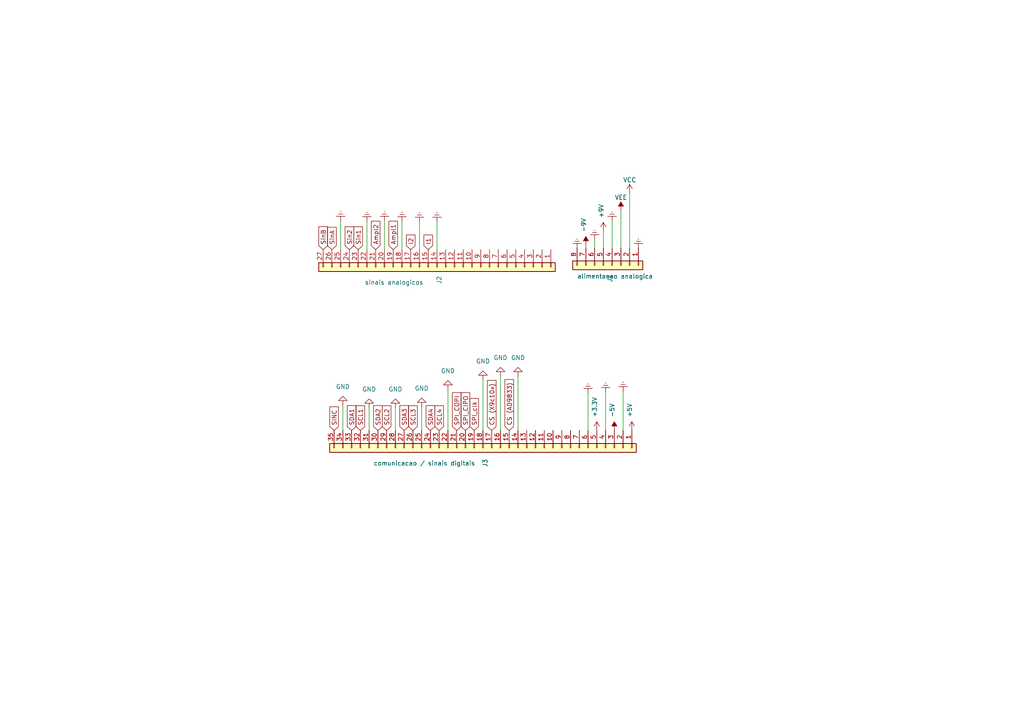
<source format=kicad_sch>
(kicad_sch (version 20230121) (generator eeschema)
  (paper "A4")
  (title_block (title "Fonte de tensao LM675") (date "2023-08-14") (rev "v04.1") (company "EITduino") (comment 1 "Autor: Gustavo Pinheiro") (comment 2 "projeto com uso de capacitores eletroliticos ") (comment 3 "Novo barramento - alteração dos pinos de terra"))
  (lib_symbols
    (symbol "Connector_Generic:Conn_01x08" (pin_names (offset 1.016) hide)
      (property "Reference" "J" (at 0 10.16 0))
      (property "Value" "Conn_01x08" (at 0 -12.7 0))
      (symbol "Conn_01x08_1_1"
        (rectangle (start -1.27 -10.033) (end 0 -10.287) (stroke (width 0.1524)))
        (rectangle (start -1.27 -7.493) (end 0 -7.747) (stroke (width 0.1524)))
        (rectangle (start -1.27 -4.953) (end 0 -5.207) (stroke (width 0.1524)))
        (rectangle (start -1.27 -2.413) (end 0 -2.667) (stroke (width 0.1524)))
        (rectangle (start -1.27 0.127) (end 0 -0.127) (stroke (width 0.1524)))
        (rectangle (start -1.27 2.667) (end 0 2.413) (stroke (width 0.1524)))
        (rectangle (start -1.27 5.207) (end 0 4.953) (stroke (width 0.1524)))
        (rectangle (start -1.27 7.747) (end 0 7.493) (stroke (width 0.1524)))
        (rectangle (start -1.27 8.89) (end 1.27 -11.43) (stroke (width 0.254)) (fill (type background)))
        (pin passive line (at -5.08 7.62 0) (length 3.81) (name "Pin_1") (number "1"))
        (pin passive line (at -5.08 5.08 0) (length 3.81) (name "Pin_2") (number "2"))
        (pin passive line (at -5.08 2.54 0) (length 3.81) (name "Pin_3") (number "3"))
        (pin passive line (at -5.08 0 0) (length 3.81) (name "Pin_4") (number "4"))
        (pin passive line (at -5.08 -2.54 0) (length 3.81) (name "Pin_5") (number "5"))
        (pin passive line (at -5.08 -5.08 0) (length 3.81) (name "Pin_6") (number "6"))
        (pin passive line (at -5.08 -7.62 0) (length 3.81) (name "Pin_7") (number "7"))
        (pin passive line (at -5.08 -10.16 0) (length 3.81) (name "Pin_8") (number "8"))
      )
    )
    (symbol "Connector_Generic:Conn_01x27" (pin_names (offset 1.016) hide)
      (property "Reference" "J" (at 0 35.56 0))
      (property "Value" "Conn_01x27" (at 0 -35.56 0))
      (symbol "Conn_01x27_1_1"
        (rectangle (start -1.27 -32.893) (end 0 -33.147) (stroke (width 0.1524)))
        (rectangle (start -1.27 -30.353) (end 0 -30.607) (stroke (width 0.1524)))
        (rectangle (start -1.27 -27.813) (end 0 -28.067) (stroke (width 0.1524)))
        (rectangle (start -1.27 -25.273) (end 0 -25.527) (stroke (width 0.1524)))
        (rectangle (start -1.27 -22.733) (end 0 -22.987) (stroke (width 0.1524)))
        (rectangle (start -1.27 -20.193) (end 0 -20.447) (stroke (width 0.1524)))
        (rectangle (start -1.27 -17.653) (end 0 -17.907) (stroke (width 0.1524)))
        (rectangle (start -1.27 -15.113) (end 0 -15.367) (stroke (width 0.1524)))
        (rectangle (start -1.27 -12.573) (end 0 -12.827) (stroke (width 0.1524)))
        (rectangle (start -1.27 -10.033) (end 0 -10.287) (stroke (width 0.1524)))
        (rectangle (start -1.27 -7.493) (end 0 -7.747) (stroke (width 0.1524)))
        (rectangle (start -1.27 -4.953) (end 0 -5.207) (stroke (width 0.1524)))
        (rectangle (start -1.27 -2.413) (end 0 -2.667) (stroke (width 0.1524)))
        (rectangle (start -1.27 0.127) (end 0 -0.127) (stroke (width 0.1524)))
        (rectangle (start -1.27 2.667) (end 0 2.413) (stroke (width 0.1524)))
        (rectangle (start -1.27 5.207) (end 0 4.953) (stroke (width 0.1524)))
        (rectangle (start -1.27 7.747) (end 0 7.493) (stroke (width 0.1524)))
        (rectangle (start -1.27 10.287) (end 0 10.033) (stroke (width 0.1524)))
        (rectangle (start -1.27 12.827) (end 0 12.573) (stroke (width 0.1524)))
        (rectangle (start -1.27 15.367) (end 0 15.113) (stroke (width 0.1524)))
        (rectangle (start -1.27 17.907) (end 0 17.653) (stroke (width 0.1524)))
        (rectangle (start -1.27 20.447) (end 0 20.193) (stroke (width 0.1524)))
        (rectangle (start -1.27 22.987) (end 0 22.733) (stroke (width 0.1524)))
        (rectangle (start -1.27 25.527) (end 0 25.273) (stroke (width 0.1524)))
        (rectangle (start -1.27 28.067) (end 0 27.813) (stroke (width 0.1524)))
        (rectangle (start -1.27 30.607) (end 0 30.353) (stroke (width 0.1524)))
        (rectangle (start -1.27 33.147) (end 0 32.893) (stroke (width 0.1524)))
        (rectangle (start -1.27 34.29) (end 1.27 -34.29) (stroke (width 0.254)) (fill (type background)))
        (pin passive line (at -5.08 33.02 0) (length 3.81) (name "Pin_1") (number "1"))
        (pin passive line (at -5.08 10.16 0) (length 3.81) (name "Pin_10") (number "10"))
        (pin passive line (at -5.08 7.62 0) (length 3.81) (name "Pin_11") (number "11"))
        (pin passive line (at -5.08 5.08 0) (length 3.81) (name "Pin_12") (number "12"))
        (pin passive line (at -5.08 2.54 0) (length 3.81) (name "Pin_13") (number "13"))
        (pin passive line (at -5.08 0 0) (length 3.81) (name "Pin_14") (number "14"))
        (pin passive line (at -5.08 -2.54 0) (length 3.81) (name "Pin_15") (number "15"))
        (pin passive line (at -5.08 -5.08 0) (length 3.81) (name "Pin_16") (number "16"))
        (pin passive line (at -5.08 -7.62 0) (length 3.81) (name "Pin_17") (number "17"))
        (pin passive line (at -5.08 -10.16 0) (length 3.81) (name "Pin_18") (number "18"))
        (pin passive line (at -5.08 -12.7 0) (length 3.81) (name "Pin_19") (number "19"))
        (pin passive line (at -5.08 30.48 0) (length 3.81) (name "Pin_2") (number "2"))
        (pin passive line (at -5.08 -15.24 0) (length 3.81) (name "Pin_20") (number "20"))
        (pin passive line (at -5.08 -17.78 0) (length 3.81) (name "Pin_21") (number "21"))
        (pin passive line (at -5.08 -20.32 0) (length 3.81) (name "Pin_22") (number "22"))
        (pin passive line (at -5.08 -22.86 0) (length 3.81) (name "Pin_23") (number "23"))
        (pin passive line (at -5.08 -25.4 0) (length 3.81) (name "Pin_24") (number "24"))
        (pin passive line (at -5.08 -27.94 0) (length 3.81) (name "Pin_25") (number "25"))
        (pin passive line (at -5.08 -30.48 0) (length 3.81) (name "Pin_26") (number "26"))
        (pin passive line (at -5.08 -33.02 0) (length 3.81) (name "Pin_27") (number "27"))
        (pin passive line (at -5.08 27.94 0) (length 3.81) (name "Pin_3") (number "3"))
        (pin passive line (at -5.08 25.4 0) (length 3.81) (name "Pin_4") (number "4"))
        (pin passive line (at -5.08 22.86 0) (length 3.81) (name "Pin_5") (number "5"))
        (pin passive line (at -5.08 20.32 0) (length 3.81) (name "Pin_6") (number "6"))
        (pin passive line (at -5.08 17.78 0) (length 3.81) (name "Pin_7") (number "7"))
        (pin passive line (at -5.08 15.24 0) (length 3.81) (name "Pin_8") (number "8"))
        (pin passive line (at -5.08 12.7 0) (length 3.81) (name "Pin_9") (number "9"))
      )
    )
    (symbol "Connector_Generic:Conn_01x35" (pin_names (offset 1.016) hide)
      (property "Reference" "J" (at 0 45.72 0))
      (property "Value" "Conn_01x35" (at 0 -45.72 0))
      (symbol "Conn_01x35_1_1"
        (rectangle (start -1.27 -43.053) (end 0 -43.307) (stroke (width 0.1524)))
        (rectangle (start -1.27 -40.513) (end 0 -40.767) (stroke (width 0.1524)))
        (rectangle (start -1.27 -37.973) (end 0 -38.227) (stroke (width 0.1524)))
        (rectangle (start -1.27 -35.433) (end 0 -35.687) (stroke (width 0.1524)))
        (rectangle (start -1.27 -32.893) (end 0 -33.147) (stroke (width 0.1524)))
        (rectangle (start -1.27 -30.353) (end 0 -30.607) (stroke (width 0.1524)))
        (rectangle (start -1.27 -27.813) (end 0 -28.067) (stroke (width 0.1524)))
        (rectangle (start -1.27 -25.273) (end 0 -25.527) (stroke (width 0.1524)))
        (rectangle (start -1.27 -22.733) (end 0 -22.987) (stroke (width 0.1524)))
        (rectangle (start -1.27 -20.193) (end 0 -20.447) (stroke (width 0.1524)))
        (rectangle (start -1.27 -17.653) (end 0 -17.907) (stroke (width 0.1524)))
        (rectangle (start -1.27 -15.113) (end 0 -15.367) (stroke (width 0.1524)))
        (rectangle (start -1.27 -12.573) (end 0 -12.827) (stroke (width 0.1524)))
        (rectangle (start -1.27 -10.033) (end 0 -10.287) (stroke (width 0.1524)))
        (rectangle (start -1.27 -7.493) (end 0 -7.747) (stroke (width 0.1524)))
        (rectangle (start -1.27 -4.953) (end 0 -5.207) (stroke (width 0.1524)))
        (rectangle (start -1.27 -2.413) (end 0 -2.667) (stroke (width 0.1524)))
        (rectangle (start -1.27 0.127) (end 0 -0.127) (stroke (width 0.1524)))
        (rectangle (start -1.27 2.667) (end 0 2.413) (stroke (width 0.1524)))
        (rectangle (start -1.27 5.207) (end 0 4.953) (stroke (width 0.1524)))
        (rectangle (start -1.27 7.747) (end 0 7.493) (stroke (width 0.1524)))
        (rectangle (start -1.27 10.287) (end 0 10.033) (stroke (width 0.1524)))
        (rectangle (start -1.27 12.827) (end 0 12.573) (stroke (width 0.1524)))
        (rectangle (start -1.27 15.367) (end 0 15.113) (stroke (width 0.1524)))
        (rectangle (start -1.27 17.907) (end 0 17.653) (stroke (width 0.1524)))
        (rectangle (start -1.27 20.447) (end 0 20.193) (stroke (width 0.1524)))
        (rectangle (start -1.27 22.987) (end 0 22.733) (stroke (width 0.1524)))
        (rectangle (start -1.27 25.527) (end 0 25.273) (stroke (width 0.1524)))
        (rectangle (start -1.27 28.067) (end 0 27.813) (stroke (width 0.1524)))
        (rectangle (start -1.27 30.607) (end 0 30.353) (stroke (width 0.1524)))
        (rectangle (start -1.27 33.147) (end 0 32.893) (stroke (width 0.1524)))
        (rectangle (start -1.27 35.687) (end 0 35.433) (stroke (width 0.1524)))
        (rectangle (start -1.27 38.227) (end 0 37.973) (stroke (width 0.1524)))
        (rectangle (start -1.27 40.767) (end 0 40.513) (stroke (width 0.1524)))
        (rectangle (start -1.27 43.307) (end 0 43.053) (stroke (width 0.1524)))
        (rectangle (start -1.27 44.45) (end 1.27 -44.45) (stroke (width 0.254)) (fill (type background)))
        (pin passive line (at -5.08 43.18 0) (length 3.81) (name "Pin_1") (number "1"))
        (pin passive line (at -5.08 20.32 0) (length 3.81) (name "Pin_10") (number "10"))
        (pin passive line (at -5.08 17.78 0) (length 3.81) (name "Pin_11") (number "11"))
        (pin passive line (at -5.08 15.24 0) (length 3.81) (name "Pin_12") (number "12"))
        (pin passive line (at -5.08 12.7 0) (length 3.81) (name "Pin_13") (number "13"))
        (pin passive line (at -5.08 10.16 0) (length 3.81) (name "Pin_14") (number "14"))
        (pin passive line (at -5.08 7.62 0) (length 3.81) (name "Pin_15") (number "15"))
        (pin passive line (at -5.08 5.08 0) (length 3.81) (name "Pin_16") (number "16"))
        (pin passive line (at -5.08 2.54 0) (length 3.81) (name "Pin_17") (number "17"))
        (pin passive line (at -5.08 0 0) (length 3.81) (name "Pin_18") (number "18"))
        (pin passive line (at -5.08 -2.54 0) (length 3.81) (name "Pin_19") (number "19"))
        (pin passive line (at -5.08 40.64 0) (length 3.81) (name "Pin_2") (number "2"))
        (pin passive line (at -5.08 -5.08 0) (length 3.81) (name "Pin_20") (number "20"))
        (pin passive line (at -5.08 -7.62 0) (length 3.81) (name "Pin_21") (number "21"))
        (pin passive line (at -5.08 -10.16 0) (length 3.81) (name "Pin_22") (number "22"))
        (pin passive line (at -5.08 -12.7 0) (length 3.81) (name "Pin_23") (number "23"))
        (pin passive line (at -5.08 -15.24 0) (length 3.81) (name "Pin_24") (number "24"))
        (pin passive line (at -5.08 -17.78 0) (length 3.81) (name "Pin_25") (number "25"))
        (pin passive line (at -5.08 -20.32 0) (length 3.81) (name "Pin_26") (number "26"))
        (pin passive line (at -5.08 -22.86 0) (length 3.81) (name "Pin_27") (number "27"))
        (pin passive line (at -5.08 -25.4 0) (length 3.81) (name "Pin_28") (number "28"))
        (pin passive line (at -5.08 -27.94 0) (length 3.81) (name "Pin_29") (number "29"))
        (pin passive line (at -5.08 38.1 0) (length 3.81) (name "Pin_3") (number "3"))
        (pin passive line (at -5.08 -30.48 0) (length 3.81) (name "Pin_30") (number "30"))
        (pin passive line (at -5.08 -33.02 0) (length 3.81) (name "Pin_31") (number "31"))
        (pin passive line (at -5.08 -35.56 0) (length 3.81) (name "Pin_32") (number "32"))
        (pin passive line (at -5.08 -38.1 0) (length 3.81) (name "Pin_33") (number "33"))
        (pin passive line (at -5.08 -40.64 0) (length 3.81) (name "Pin_34") (number "34"))
        (pin passive line (at -5.08 -43.18 0) (length 3.81) (name "Pin_35") (number "35"))
        (pin passive line (at -5.08 35.56 0) (length 3.81) (name "Pin_4") (number "4"))
        (pin passive line (at -5.08 33.02 0) (length 3.81) (name "Pin_5") (number "5"))
        (pin passive line (at -5.08 30.48 0) (length 3.81) (name "Pin_6") (number "6"))
        (pin passive line (at -5.08 27.94 0) (length 3.81) (name "Pin_7") (number "7"))
        (pin passive line (at -5.08 25.4 0) (length 3.81) (name "Pin_8") (number "8"))
        (pin passive line (at -5.08 22.86 0) (length 3.81) (name "Pin_9") (number "9"))
      )
    )
    (symbol "power:+3.3V" (power) (pin_names (offset 0))
      (property "Value" "+3.3V" (at 0 3.556 0))
      (symbol "+3.3V_0_1"
        (polyline (pts (xy -0.762 1.27) (xy 0 2.54)))
        (polyline (pts (xy 0 0) (xy 0 2.54)))
        (polyline (pts (xy 0 2.54) (xy 0.762 1.27)))
      )
      (symbol "+3.3V_1_1"
        (pin power_in line (at 0 0 90) (length 0) hide (name "+3.3V") (number "1"))
      )
    )
    (symbol "power:+5V" (power) (pin_names (offset 0))
      (property "Value" "+5V" (at 0 3.556 0))
      (symbol "+5V_0_1"
        (polyline (pts (xy -0.762 1.27) (xy 0 2.54)))
        (polyline (pts (xy 0 0) (xy 0 2.54)))
        (polyline (pts (xy 0 2.54) (xy 0.762 1.27)))
      )
      (symbol "+5V_1_1"
        (pin power_in line (at 0 0 90) (length 0) hide (name "+5V") (number "1"))
      )
    )
    (symbol "power:+9V" (power) (pin_names (offset 0))
      (property "Value" "+9V" (at 0 3.556 0))
      (symbol "+9V_0_1"
        (polyline (pts (xy -0.762 1.27) (xy 0 2.54)))
        (polyline (pts (xy 0 0) (xy 0 2.54)))
        (polyline (pts (xy 0 2.54) (xy 0.762 1.27)))
      )
      (symbol "+9V_1_1"
        (pin power_in line (at 0 0 90) (length 0) hide (name "+9V") (number "1"))
      )
    )
    (symbol "power:-5V" (power) (pin_names (offset 0))
      (property "Value" "-5V" (at 0 3.81 0))
      (symbol "-5V_0_0"
        (pin power_in line (at 0 0 90) (length 0) hide (name "-5V") (number "1"))
      )
      (symbol "-5V_0_1"
        (polyline (pts (xy 0 0) (xy 0 1.27) (xy 0.762 1.27) (xy 0 2.54) (xy -0.762 1.27) (xy 0 1.27)) (fill (type outline)))
      )
    )
    (symbol "power:-9V" (power) (pin_names (offset 0))
      (property "Value" "-9V" (at 0 3.81 0))
      (symbol "-9V_0_1"
        (polyline (pts (xy 0 0) (xy 0 2.54)))
        (polyline (pts (xy 0.762 1.27) (xy -0.762 1.27) (xy 0 2.54) (xy 0.762 1.27)) (fill (type outline)))
      )
      (symbol "-9V_1_1"
        (pin power_in line (at 0 0 90) (length 0) hide (name "-9V") (number "1"))
      )
    )
    (symbol "power:Earth" (power) (pin_names (offset 0))
      (symbol "Earth_0_1"
        (polyline (pts (xy -0.635 -1.905) (xy 0.635 -1.905)))
        (polyline (pts (xy -0.127 -2.54) (xy 0.127 -2.54)))
        (polyline (pts (xy 0 -1.27) (xy 0 0)))
        (polyline (pts (xy 1.27 -1.27) (xy -1.27 -1.27)))
      )
      (symbol "Earth_1_1"
        (pin power_in line (at 0 0 270) (length 0) hide (name "Earth") (number "1"))
      )
    )
    (symbol "power:GND" (power) (pin_names (offset 0))
      (property "Value" "GND" (at 0 -3.81 0))
      (symbol "GND_0_1"
        (polyline (pts (xy 0 0) (xy 0 -1.27) (xy 1.27 -1.27) (xy 0 -2.54) (xy -1.27 -1.27) (xy 0 -1.27)))
      )
      (symbol "GND_1_1"
        (pin power_in line (at 0 0 270) (length 0) hide (name "GND") (number "1"))
      )
    )
    (symbol "power:VCC" (power) (pin_names (offset 0))
      (property "Value" "VCC" (at 0 3.81 0))
      (symbol "VCC_0_1"
        (polyline (pts (xy -0.762 1.27) (xy 0 2.54)))
        (polyline (pts (xy 0 0) (xy 0 2.54)))
        (polyline (pts (xy 0 2.54) (xy 0.762 1.27)))
      )
      (symbol "VCC_1_1"
        (pin power_in line (at 0 0 90) (length 0) hide (name "VCC") (number "1"))
      )
    )
    (symbol "power:VEE" (power) (pin_names (offset 0))
      (property "Value" "VEE" (at 0 3.81 0))
      (symbol "VEE_0_1"
        (polyline (pts (xy 0 0) (xy 0 2.54)))
        (polyline (pts (xy 0.762 1.27) (xy -0.762 1.27) (xy 0 2.54) (xy 0.762 1.27)) (fill (type outline)))
      )
      (symbol "VEE_1_1"
        (pin power_in line (at 0 0 90) (length 0) hide (name "VEE") (number "1"))
      )
    )
  )
  (wire (pts (xy 180.086 61.087) (xy 180.086 71.882)))
  (wire (pts (xy 121.666 64.262) (xy 121.666 72.39)))
  (wire (pts (xy 169.926 71.12) (xy 169.926 71.882)))
  (wire (pts (xy 175.006 67.056) (xy 175.006 71.882)))
  (wire (pts (xy 126.746 64.262) (xy 126.746 72.39)))
  (wire (pts (xy 116.586 64.135) (xy 116.586 72.39)))
  (wire (pts (xy 107.061 118.237) (xy 107.061 124.841)))
  (wire (pts (xy 180.721 113.411) (xy 180.721 124.841)))
  (wire (pts (xy 170.561 113.919) (xy 170.561 124.841)))
  (wire (pts (xy 177.546 64.008) (xy 177.546 71.882)))
  (wire (pts (xy 140.081 110.109) (xy 140.081 124.841)))
  (wire (pts (xy 172.466 69.342) (xy 172.466 71.882)))
  (wire (pts (xy 98.806 64.008) (xy 98.806 72.39)))
  (wire (pts (xy 129.921 112.903) (xy 129.921 124.841)))
  (wire (pts (xy 111.506 64.008) (xy 111.506 72.39)))
  (wire (pts (xy 114.681 118.237) (xy 114.681 124.841)))
  (wire (pts (xy 182.626 56.007) (xy 182.626 71.882)))
  (wire (pts (xy 106.426 64.135) (xy 106.426 72.39)))
  (wire (pts (xy 150.241 109.093) (xy 150.241 124.841)))
  (wire (pts (xy 175.641 113.665) (xy 175.641 124.841)))
  (wire (pts (xy 99.441 117.475) (xy 99.441 124.841)))
  (wire (pts (xy 122.301 117.983) (xy 122.301 124.841)))
  (wire (pts (xy 145.161 109.093) (xy 145.161 124.841)))
  (global_label "SPI_clk" (shape input) (at 137.541 124.841 90) (property "Intersheetrefs" "${INTERSHEET_REFS}" (effects hide)))
  (global_label "I1" (shape input) (at 124.206 72.39 90) (property "Intersheetrefs" "${INTERSHEET_REFS}" (effects hide)))
  (global_label "SDA3" (shape input) (at 117.221 124.841 90) (property "Intersheetrefs" "${INTERSHEET_REFS}" (effects hide)))
  (global_label "CS (AD9833)" (shape input) (at 147.701 124.841 90) (property "Intersheetrefs" "${INTERSHEET_REFS}" (effects hide)))
  (global_label "SDA2" (shape input) (at 109.601 124.841 90) (property "Intersheetrefs" "${INTERSHEET_REFS}" (effects hide)))
  (global_label "Ampl1" (shape input) (at 114.046 72.39 90) (property "Intersheetrefs" "${INTERSHEET_REFS}" (effects hide)))
  (global_label "SDA1" (shape input) (at 101.981 124.841 90) (property "Intersheetrefs" "${INTERSHEET_REFS}" (effects hide)))
  (global_label "Ampl2" (shape input) (at 108.966 72.39 90) (property "Intersheetrefs" "${INTERSHEET_REFS}" (effects hide)))
  (global_label "SCL2" (shape input) (at 112.141 124.841 90) (property "Intersheetrefs" "${INTERSHEET_REFS}" (effects hide)))
  (global_label "SCL3" (shape input) (at 119.761 124.841 90) (property "Intersheetrefs" "${INTERSHEET_REFS}" (effects hide)))
  (global_label "Sin2" (shape input) (at 101.346 72.39 90) (property "Intersheetrefs" "${INTERSHEET_REFS}" (effects hide)))
  (global_label "SCL4" (shape input) (at 127.381 124.841 90) (property "Intersheetrefs" "${INTERSHEET_REFS}" (effects hide)))
  (global_label "SPI_CIPO" (shape input) (at 135.001 124.841 90) (property "Intersheetrefs" "${INTERSHEET_REFS}" (effects hide)))
  (global_label "SinA" (shape input) (at 96.266 72.39 90) (property "Intersheetrefs" "${INTERSHEET_REFS}" (effects hide)))
  (global_label "SINC" (shape input) (at 96.901 124.841 90) (property "Intersheetrefs" "${INTERSHEET_REFS}" (effects hide)))
  (global_label "I2" (shape input) (at 119.126 72.39 90) (property "Intersheetrefs" "${INTERSHEET_REFS}" (effects hide)))
  (global_label "CS (X9c10x)" (shape input) (at 142.621 124.841 90) (property "Intersheetrefs" "${INTERSHEET_REFS}" (effects hide)))
  (global_label "SinB" (shape input) (at 93.726 72.39 90) (property "Intersheetrefs" "${INTERSHEET_REFS}" (effects hide)))
  (global_label "Sin1" (shape input) (at 103.886 72.39 90) (property "Intersheetrefs" "${INTERSHEET_REFS}" (effects hide)))
  (global_label "SCL1" (shape input) (at 104.521 124.841 90) (property "Intersheetrefs" "${INTERSHEET_REFS}" (effects hide)))
  (global_label "SPI_COPI" (shape input) (at 132.461 124.841 90) (property "Intersheetrefs" "${INTERSHEET_REFS}" (effects hide)))
  (global_label "SDA4" (shape input) (at 124.841 124.841 90) (property "Intersheetrefs" "${INTERSHEET_REFS}" (effects hide)))
  (symbol (lib_id "power:Earth") (at 106.426 64.135 180) (unit 1)
    (property "Reference" "#PWR07" (effects hide))
    (property "Value" "Earth" (effects hide))
  )
  (symbol (lib_id "power:Earth") (at 121.666 64.262 180) (unit 1)
    (property "Reference" "#PWR027" (effects hide))
    (property "Value" "Earth" (effects hide))
  )
  (symbol (lib_id "power:+3.3V") (at 173.101 124.841 0) (unit 1)
    (property "Reference" "#PWR0130" (effects hide))
    (property "Value" "+3.3V" (at 172.466 121.031 90) (effects (justify left)))
  )
  (symbol (lib_id "power:Earth") (at 180.721 113.411 180) (unit 1)
    (property "Reference" "#PWR020" (effects hide))
    (property "Value" "Earth" (effects hide))
  )
  (symbol (lib_id "power:GND") (at 122.301 117.983 180) (unit 1)
    (property "Reference" "#PWR012" (effects hide))
    (property "Value" "GND" (at 122.301 112.649 0))
  )
  (symbol (lib_id "Connector_Generic:Conn_01x27") (at 126.746 77.47 270) (unit 1)
    (property "Reference" "J2" (at 127.381 80.01 0) (effects (justify left)))
    (property "Value" "sinais analogicos" (at 105.791 81.915 90) (effects (justify left)))
    (property "Footprint" "Connector_PinHeader_2.54mm:PinHeader_1x27_P2.54mm_Vertical" (effects hide))
  )
  (symbol (lib_id "power:VEE") (at 180.086 61.087 0) (unit 1)
    (property "Reference" "#PWR0123" (effects hide))
    (property "Value" "VEE" (at 180.086 57.277 0))
  )
  (symbol (lib_id "Connector_Generic:Conn_01x08") (at 177.546 76.962 270) (unit 1)
    (property "Reference" "J1" (at 176.911 79.502 0) (effects (justify left)))
    (property "Value" "alimentacao analogica" (at 167.386 80.137 90) (effects (justify left)))
    (property "Footprint" "Connector_PinHeader_2.54mm:PinHeader_1x08_P2.54mm_Vertical" (effects hide))
  )
  (symbol (lib_id "power:Earth") (at 98.806 64.008 180) (unit 1)
    (property "Reference" "#PWR06" (effects hide))
    (property "Value" "Earth" (effects hide))
  )
  (symbol (lib_id "power:GND") (at 114.681 118.237 180) (unit 1)
    (property "Reference" "#PWR011" (effects hide))
    (property "Value" "GND" (at 114.681 112.903 0))
  )
  (symbol (lib_id "power:Earth") (at 111.506 64.008 180) (unit 1)
    (property "Reference" "#PWR026" (effects hide))
    (property "Value" "Earth" (effects hide))
  )
  (symbol (lib_id "power:GND") (at 107.061 118.237 180) (unit 1)
    (property "Reference" "#PWR010" (effects hide))
    (property "Value" "GND" (at 107.061 112.903 0))
  )
  (symbol (lib_id "power:GND") (at 150.241 109.093 180) (unit 1)
    (property "Reference" "#PWR018" (effects hide))
    (property "Value" "GND" (at 150.241 103.759 0))
  )
  (symbol (lib_id "power:-5V") (at 178.181 124.841 0) (unit 1)
    (property "Reference" "#PWR0128" (effects hide))
    (property "Value" "-5V" (at 177.546 121.031 90) (effects (justify left)))
  )
  (symbol (lib_id "power:GND") (at 129.921 112.903 180) (unit 1)
    (property "Reference" "#PWR014" (effects hide))
    (property "Value" "GND" (at 129.921 107.569 0))
  )
  (symbol (lib_id "power:-9V") (at 169.926 71.12 0) (unit 1)
    (property "Reference" "#PWR0127" (effects hide))
    (property "Value" "-9V" (at 169.291 67.31 90) (effects (justify left)))
  )
  (symbol (lib_id "power:Earth") (at 185.166 71.882 180) (unit 1)
    (property "Reference" "#PWR0125" (effects hide))
    (property "Value" "Earth" (effects hide))
  )
  (symbol (lib_id "power:Earth") (at 167.386 71.882 180) (unit 1)
    (property "Reference" "#PWR023" (effects hide))
    (property "Value" "Earth" (effects hide))
  )
  (symbol (lib_id "power:+5V") (at 183.261 124.841 0) (unit 1)
    (property "Reference" "#PWR0129" (effects hide))
    (property "Value" "+5V" (at 182.626 121.031 90) (effects (justify left)))
  )
  (symbol (lib_id "Connector_Generic:Conn_01x35") (at 140.081 129.921 270) (unit 1)
    (property "Reference" "J3" (at 140.716 133.096 0) (effects (justify left)))
    (property "Value" "comunicacao / sinais digitais" (at 108.331 134.366 90) (effects (justify left)))
    (property "Footprint" "Connector_PinHeader_2.54mm:PinHeader_1x35_P2.54mm_Vertical" (effects hide))
  )
  (symbol (lib_id "power:Earth") (at 172.466 69.342 180) (unit 1)
    (property "Reference" "#PWR024" (effects hide))
    (property "Value" "Earth" (effects hide))
  )
  (symbol (lib_id "power:Earth") (at 177.546 64.008 180) (unit 1)
    (property "Reference" "#PWR025" (effects hide))
    (property "Value" "Earth" (effects hide))
  )
  (symbol (lib_id "power:VCC") (at 182.626 56.007 0) (unit 1)
    (property "Reference" "#PWR0124" (effects hide))
    (property "Value" "VCC" (at 182.626 52.197 0))
  )
  (symbol (lib_id "power:+9V") (at 175.006 67.056 0) (unit 1)
    (property "Reference" "#PWR0131" (effects hide))
    (property "Value" "+9V" (at 174.371 63.246 90) (effects (justify left)))
  )
  (symbol (lib_id "power:Earth") (at 116.586 64.135 180) (unit 1)
    (property "Reference" "#PWR08" (effects hide))
    (property "Value" "Earth" (effects hide))
  )
  (symbol (lib_id "power:GND") (at 99.441 117.475 180) (unit 1)
    (property "Reference" "#PWR028" (effects hide))
    (property "Value" "GND" (at 99.441 112.141 0))
  )
  (symbol (lib_id "power:GND") (at 145.161 109.093 180) (unit 1)
    (property "Reference" "#PWR017" (effects hide))
    (property "Value" "GND" (at 145.161 103.759 0))
  )
  (symbol (lib_id "power:GND") (at 140.081 110.109 180) (unit 1)
    (property "Reference" "#PWR016" (effects hide))
    (property "Value" "GND" (at 140.081 104.775 0))
  )
  (symbol (lib_id "power:Earth") (at 170.561 113.919 180) (unit 1)
    (property "Reference" "#PWR022" (effects hide))
    (property "Value" "Earth" (effects hide))
  )
  (symbol (lib_id "power:Earth") (at 175.641 113.665 180) (unit 1)
    (property "Reference" "#PWR021" (effects hide))
    (property "Value" "Earth" (effects hide))
  )
  (symbol (lib_id "power:Earth") (at 126.746 64.262 180) (unit 1)
    (property "Reference" "#PWR09" (effects hide))
    (property "Value" "Earth" (effects hide))
  )
)
</source>
